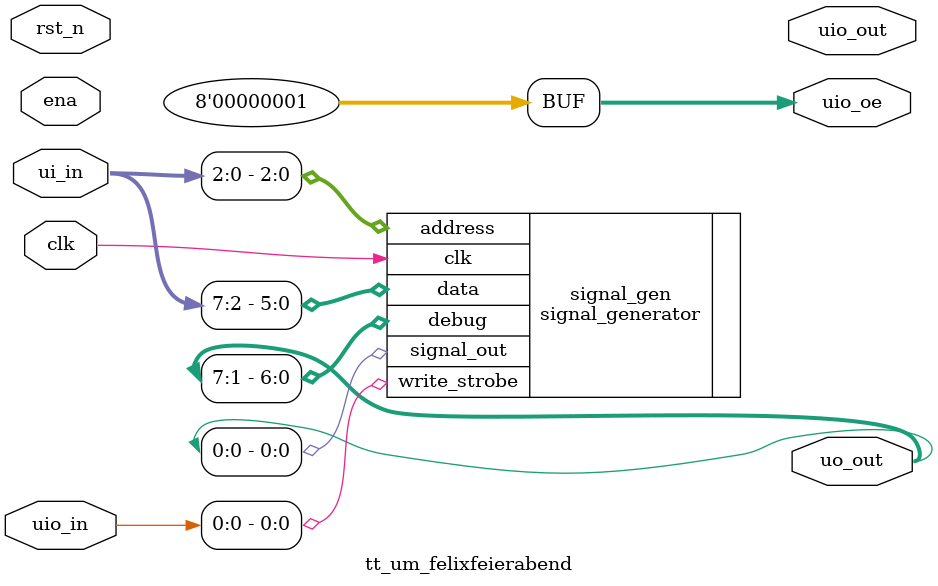
<source format=v>
module tt_um_felixfeierabend (
    input  wire [7:0] ui_in,    // Dedicated inputs
    output wire [7:0] uo_out,   // Dedicated outputs
    input  wire [7:0] uio_in,   // IOs: Input path
    output wire [7:0] uio_out,  // IOs: Output path
    output wire [7:0] uio_oe,   // IOs: Enable path (active high: 0=input, 1=output)
    input  wire       ena,      // will go high when the design is enabled
    input  wire       clk,      // clock
    input  wire       rst_n     // reset_n - low to reset
);

signal_generator signal_gen (
    .clk(clk),
    .write_strobe(uio_in[0]),
    .address(ui_in[2:0]),
    .data(ui_in[7:2]),
    .signal_out(uo_out[0]),
    .debug(uo_out[7:1])
);

assign uio_oe = 8'b00000001;

endmodule
</source>
